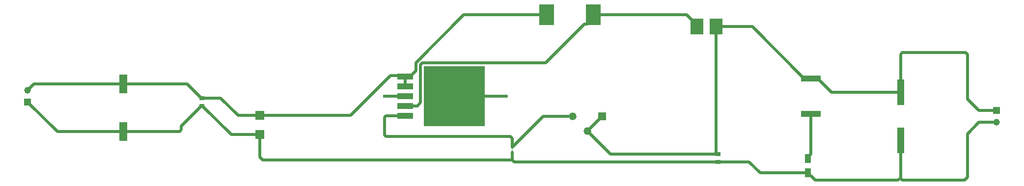
<source format=gtl>
G04*
G04 #@! TF.GenerationSoftware,Altium Limited,Altium Designer,20.2.7 (254)*
G04*
G04 Layer_Physical_Order=1*
G04 Layer_Color=255*
%FSLAX25Y25*%
%MOIN*%
G70*
G04*
G04 #@! TF.SameCoordinates,ADF9761A-B84E-492D-9E7F-6483C6A28603*
G04*
G04*
G04 #@! TF.FilePolarity,Positive*
G04*
G01*
G75*
%ADD16R,0.01100X0.01200*%
%ADD17R,0.05500X0.13000*%
%ADD18R,0.03500X0.02800*%
%ADD19R,0.06200X0.06200*%
%ADD20R,0.41200X0.41000*%
%ADD21R,0.10600X0.04000*%
%ADD22R,0.03900X0.05900*%
%ADD23R,0.08500X0.10800*%
%ADD24R,0.05100X0.17300*%
%ADD25R,0.10433X0.14173*%
%ADD26R,0.13268X0.04213*%
%ADD30C,0.05200*%
%ADD31R,0.05200X0.05200*%
%ADD35C,0.01968*%
%ADD36R,0.04528X0.04528*%
%ADD37C,0.04528*%
%ADD38C,0.02362*%
D16*
X352362Y49081D02*
D03*
Y51181D02*
D03*
D17*
X88583Y94890D02*
D03*
Y62590D02*
D03*
D18*
X141732Y85327D02*
D03*
Y80027D02*
D03*
X492126Y47244D02*
D03*
Y41944D02*
D03*
D19*
X181102Y73479D02*
D03*
Y60379D02*
D03*
D20*
X312992Y86614D02*
D03*
D21*
X279792Y73214D02*
D03*
Y79914D02*
D03*
Y86614D02*
D03*
Y93314D02*
D03*
Y100014D02*
D03*
D22*
X553150Y44270D02*
D03*
Y34470D02*
D03*
D23*
X490852Y133858D02*
D03*
X477652D02*
D03*
D24*
X616142Y56485D02*
D03*
Y89185D02*
D03*
D25*
X407579Y141732D02*
D03*
X375886D02*
D03*
D26*
X555118Y98642D02*
D03*
Y74587D02*
D03*
D30*
X393386Y72835D02*
D03*
X403386Y62835D02*
D03*
D31*
X413386Y72835D02*
D03*
D35*
X352362Y51846D02*
X373350Y72835D01*
X352362Y51846D02*
Y57902D01*
X370079Y41944D02*
X492126D01*
X353725D02*
X370079D01*
X351209Y59055D02*
X352362Y57902D01*
X266901Y59055D02*
X351209D01*
X352362Y43307D02*
Y48416D01*
X183071Y43307D02*
X352362D01*
X353725Y41944D01*
X181102Y45276D02*
X183071Y43307D01*
X181102Y45276D02*
Y60379D01*
X88583Y62590D02*
X126800D01*
X43709D02*
X88583D01*
X265748Y86614D02*
X279792D01*
X265748Y86614D02*
X265748Y86614D01*
X312992D02*
X348425D01*
X348425Y86614D01*
X555118Y47239D02*
Y74587D01*
X553150Y45270D02*
X555118Y47239D01*
X553150Y44270D02*
Y45270D01*
X569103Y89185D02*
X616142D01*
X559646Y98642D02*
X569103Y89185D01*
X555118Y98642D02*
X559646D01*
X373350Y72835D02*
X393386D01*
X403386Y62835D02*
X413386Y72835D01*
X491776Y47244D02*
X492126D01*
X418976D02*
X491776D01*
X403386Y62835D02*
X418976Y47244D01*
X490852Y48168D02*
Y133858D01*
Y48168D02*
X491776Y47244D01*
X490852Y133858D02*
X515374D01*
X550591Y98642D01*
X555118D01*
X407579Y141732D02*
X470928D01*
X477652Y135008D01*
Y133858D02*
Y135008D01*
X288045Y79914D02*
X290227Y82096D01*
X375126Y109280D02*
X401476Y135630D01*
X319494Y141732D02*
X375886D01*
X279792Y79914D02*
X288045D01*
X291495Y109280D02*
X375126D01*
X407579Y139862D02*
Y141732D01*
X287077Y109316D02*
X319494Y141732D01*
X290227Y82096D02*
Y108011D01*
X401476Y135630D02*
X403346D01*
X283092Y100014D02*
X287077Y103999D01*
Y109316D01*
X290227Y108011D02*
X291495Y109280D01*
X403346Y135630D02*
X407579Y139862D01*
X279792Y100014D02*
X283092D01*
X279792Y93314D02*
Y100014D01*
X279413Y100394D02*
X279792Y100014D01*
X269685Y100394D02*
X279413D01*
X181102Y73479D02*
X242771D01*
X269685Y100394D01*
X141732Y85327D02*
X154610D01*
X166458Y73479D01*
X181102D01*
X126800Y62590D02*
X127953Y63743D01*
Y66248D01*
X140966Y79261D01*
X23622Y82677D02*
X43709Y62590D01*
X27961Y94890D02*
X88583D01*
X23622Y90551D02*
X27961Y94890D01*
X141382Y85327D02*
X141732D01*
X131819Y94890D02*
X141382Y85327D01*
X88583Y94890D02*
X131819D01*
X141382Y80027D02*
X141732D01*
X140966Y79611D02*
X141382Y80027D01*
X140966Y79261D02*
Y79611D01*
X161730Y60379D02*
X181102D01*
X142082Y80027D02*
X161730Y60379D01*
X141732Y80027D02*
X142082D01*
X265748Y60208D02*
Y72061D01*
Y60208D02*
X266901Y59055D01*
Y73214D02*
X279792D01*
X265748Y72061D02*
X266901Y73214D01*
X492126Y41944D02*
X513174D01*
X520648Y34470D02*
X553150D01*
X513174Y41944D02*
X520648Y34470D01*
X553150Y33470D02*
Y34470D01*
Y33470D02*
X554115Y32504D01*
X555115D01*
X558092Y29528D01*
X614173D01*
X615326Y30681D02*
X616142D01*
X614173Y29528D02*
X615326Y30681D01*
X617295Y29528D02*
X659449D01*
X616142Y30681D02*
Y56485D01*
Y30681D02*
X617295Y29528D01*
X661417Y31496D02*
Y61024D01*
X659449Y29528D02*
X661417Y31496D01*
X669291Y68898D02*
X681102D01*
X661417Y61024D02*
X669291Y68898D01*
X617295Y116142D02*
X660264D01*
X616142Y89185D02*
Y114989D01*
X617295Y116142D01*
X661417Y84646D02*
Y114989D01*
X660264Y116142D02*
X661417Y114989D01*
X669291Y76772D02*
X681102D01*
X661417Y84646D02*
X669291Y76772D01*
X679823Y78051D02*
X681102Y76772D01*
D36*
X23622Y82677D02*
D03*
X681102Y76772D02*
D03*
D37*
X23622Y90551D02*
D03*
X681102Y68898D02*
D03*
D38*
X352362Y43307D02*
D03*
X265748Y86614D02*
D03*
X348425Y86614D02*
D03*
M02*

</source>
